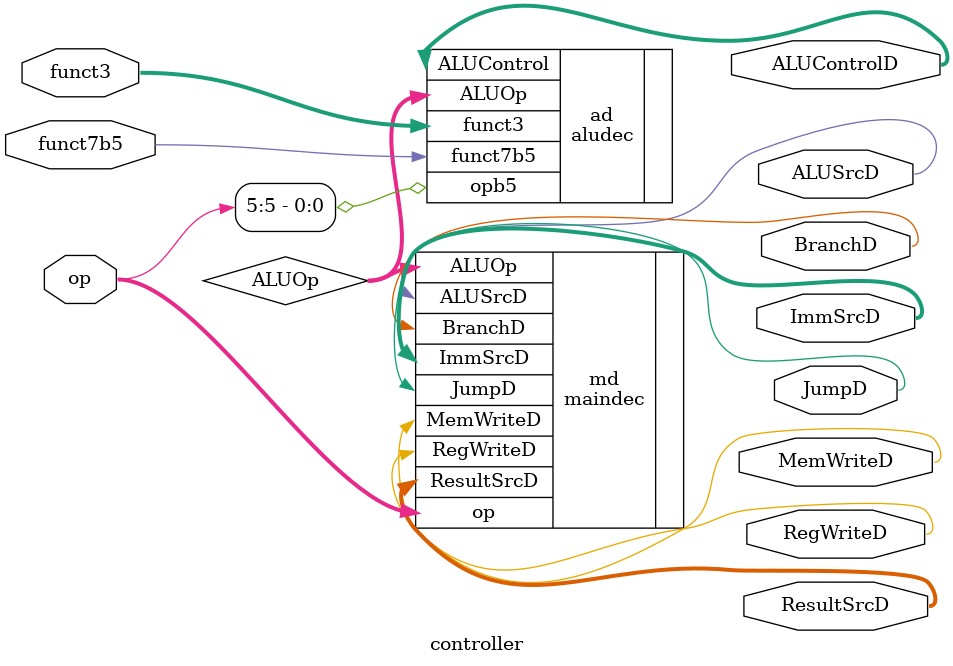
<source format=sv>
module controller (input logic [6:0] op,
                   input logic [2:0] funct3,
                   input logic funct7b5,

                   output logic RegWriteD,
                   output logic [1:0] ResultSrcD,
                   output logic MemWriteD,
                   output logic JumpD,
                   output logic BranchD,
                   output logic [2:0] ALUControlD,
                   output logic ALUSrcD,
                   output logic [1:0] ImmSrcD);

    logic [1:0] ALUOp;

    maindec md(
        .op(op),
        .ResultSrcD(ResultSrcD),
        .MemWriteD(MemWriteD),
        .BranchD(BranchD),
        .ALUSrcD(ALUSrcD),
        .RegWriteD(RegWriteD),
        .JumpD(JumpD),
        .ImmSrcD(ImmSrcD),
        .ALUOp(ALUOp)
    );

    aludec ad(
        .opb5(op[5]),
        .funct3(funct3),
        .funct7b5(funct7b5),
        .ALUOp(ALUOp),
        .ALUControl(ALUControlD)
    );
    
endmodule

</source>
